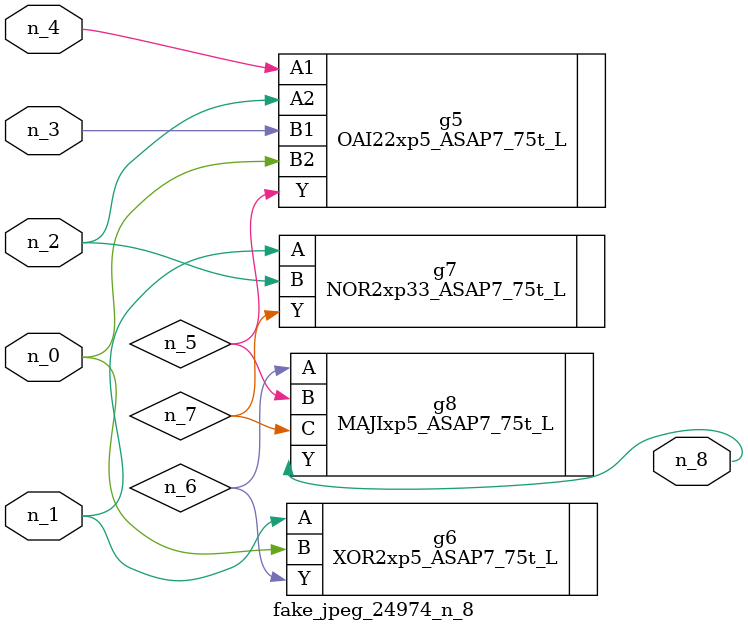
<source format=v>
module fake_jpeg_24974_n_8 (n_3, n_2, n_1, n_0, n_4, n_8);

input n_3;
input n_2;
input n_1;
input n_0;
input n_4;

output n_8;

wire n_6;
wire n_5;
wire n_7;

OAI22xp5_ASAP7_75t_L g5 ( 
.A1(n_4),
.A2(n_2),
.B1(n_3),
.B2(n_0),
.Y(n_5)
);

XOR2xp5_ASAP7_75t_L g6 ( 
.A(n_1),
.B(n_0),
.Y(n_6)
);

NOR2xp33_ASAP7_75t_L g7 ( 
.A(n_1),
.B(n_2),
.Y(n_7)
);

MAJIxp5_ASAP7_75t_L g8 ( 
.A(n_6),
.B(n_5),
.C(n_7),
.Y(n_8)
);


endmodule
</source>
